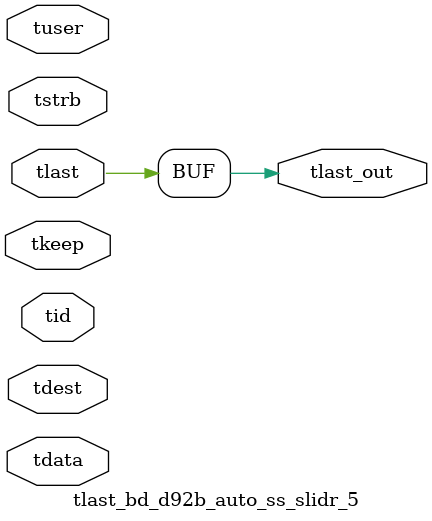
<source format=v>


`timescale 1ps/1ps

module tlast_bd_d92b_auto_ss_slidr_5 #
(
parameter C_S_AXIS_TID_WIDTH   = 1,
parameter C_S_AXIS_TUSER_WIDTH = 0,
parameter C_S_AXIS_TDATA_WIDTH = 0,
parameter C_S_AXIS_TDEST_WIDTH = 0
)
(
input  [(C_S_AXIS_TID_WIDTH   == 0 ? 1 : C_S_AXIS_TID_WIDTH)-1:0       ] tid,
input  [(C_S_AXIS_TDATA_WIDTH == 0 ? 1 : C_S_AXIS_TDATA_WIDTH)-1:0     ] tdata,
input  [(C_S_AXIS_TUSER_WIDTH == 0 ? 1 : C_S_AXIS_TUSER_WIDTH)-1:0     ] tuser,
input  [(C_S_AXIS_TDEST_WIDTH == 0 ? 1 : C_S_AXIS_TDEST_WIDTH)-1:0     ] tdest,
input  [(C_S_AXIS_TDATA_WIDTH/8)-1:0 ] tkeep,
input  [(C_S_AXIS_TDATA_WIDTH/8)-1:0 ] tstrb,
input  [0:0]                                                             tlast,
output                                                                   tlast_out
);

assign tlast_out = {tlast};

endmodule


</source>
